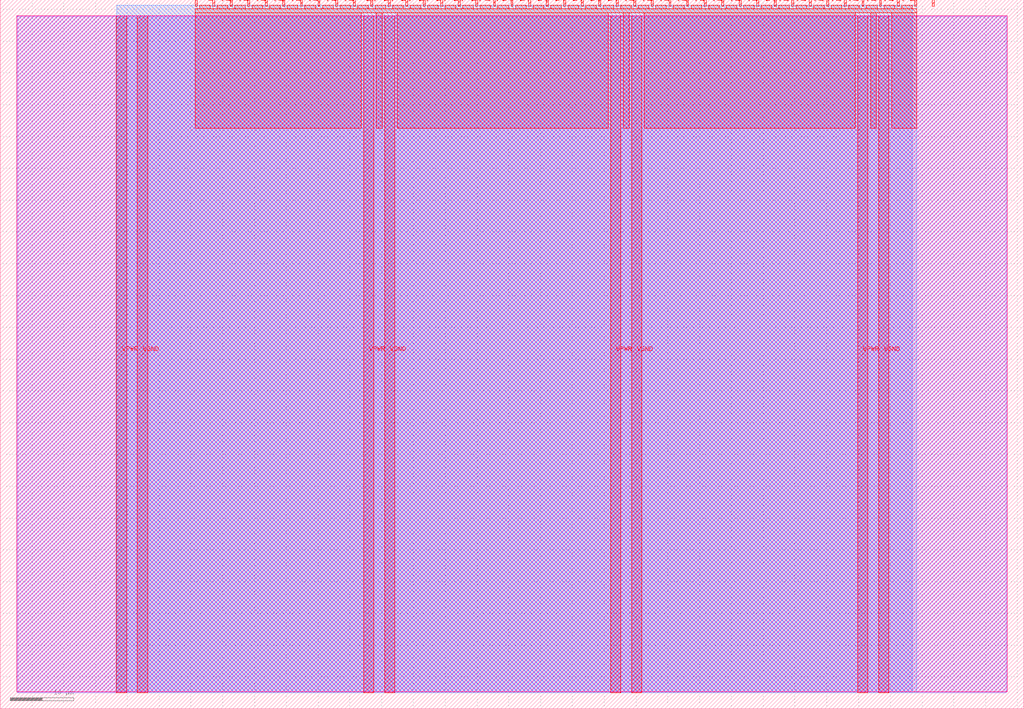
<source format=lef>
VERSION 5.7 ;
  NOWIREEXTENSIONATPIN ON ;
  DIVIDERCHAR "/" ;
  BUSBITCHARS "[]" ;
MACRO tt_um_lrc_stevej
  CLASS BLOCK ;
  FOREIGN tt_um_lrc_stevej ;
  ORIGIN 0.000 0.000 ;
  SIZE 161.000 BY 111.520 ;
  PIN VGND
    DIRECTION INOUT ;
    USE GROUND ;
    PORT
      LAYER met4 ;
        RECT 21.580 2.480 23.180 109.040 ;
    END
    PORT
      LAYER met4 ;
        RECT 60.450 2.480 62.050 109.040 ;
    END
    PORT
      LAYER met4 ;
        RECT 99.320 2.480 100.920 109.040 ;
    END
    PORT
      LAYER met4 ;
        RECT 138.190 2.480 139.790 109.040 ;
    END
  END VGND
  PIN VPWR
    DIRECTION INOUT ;
    USE POWER ;
    PORT
      LAYER met4 ;
        RECT 18.280 2.480 19.880 109.040 ;
    END
    PORT
      LAYER met4 ;
        RECT 57.150 2.480 58.750 109.040 ;
    END
    PORT
      LAYER met4 ;
        RECT 96.020 2.480 97.620 109.040 ;
    END
    PORT
      LAYER met4 ;
        RECT 134.890 2.480 136.490 109.040 ;
    END
  END VPWR
  PIN clk
    DIRECTION INPUT ;
    USE SIGNAL ;
    ANTENNAGATEAREA 0.852000 ;
    PORT
      LAYER met4 ;
        RECT 143.830 110.520 144.130 111.520 ;
    END
  END clk
  PIN ena
    DIRECTION INPUT ;
    USE SIGNAL ;
    PORT
      LAYER met4 ;
        RECT 146.590 110.520 146.890 111.520 ;
    END
  END ena
  PIN rst_n
    DIRECTION INPUT ;
    USE SIGNAL ;
    ANTENNAGATEAREA 0.196500 ;
    PORT
      LAYER met4 ;
        RECT 141.070 110.520 141.370 111.520 ;
    END
  END rst_n
  PIN ui_in[0]
    DIRECTION INPUT ;
    USE SIGNAL ;
    ANTENNAGATEAREA 0.213000 ;
    PORT
      LAYER met4 ;
        RECT 138.310 110.520 138.610 111.520 ;
    END
  END ui_in[0]
  PIN ui_in[1]
    DIRECTION INPUT ;
    USE SIGNAL ;
    ANTENNAGATEAREA 0.213000 ;
    PORT
      LAYER met4 ;
        RECT 135.550 110.520 135.850 111.520 ;
    END
  END ui_in[1]
  PIN ui_in[2]
    DIRECTION INPUT ;
    USE SIGNAL ;
    ANTENNAGATEAREA 0.213000 ;
    PORT
      LAYER met4 ;
        RECT 132.790 110.520 133.090 111.520 ;
    END
  END ui_in[2]
  PIN ui_in[3]
    DIRECTION INPUT ;
    USE SIGNAL ;
    ANTENNAGATEAREA 0.213000 ;
    PORT
      LAYER met4 ;
        RECT 130.030 110.520 130.330 111.520 ;
    END
  END ui_in[3]
  PIN ui_in[4]
    DIRECTION INPUT ;
    USE SIGNAL ;
    ANTENNAGATEAREA 0.126000 ;
    PORT
      LAYER met4 ;
        RECT 127.270 110.520 127.570 111.520 ;
    END
  END ui_in[4]
  PIN ui_in[5]
    DIRECTION INPUT ;
    USE SIGNAL ;
    ANTENNAGATEAREA 0.126000 ;
    PORT
      LAYER met4 ;
        RECT 124.510 110.520 124.810 111.520 ;
    END
  END ui_in[5]
  PIN ui_in[6]
    DIRECTION INPUT ;
    USE SIGNAL ;
    ANTENNAGATEAREA 0.126000 ;
    PORT
      LAYER met4 ;
        RECT 121.750 110.520 122.050 111.520 ;
    END
  END ui_in[6]
  PIN ui_in[7]
    DIRECTION INPUT ;
    USE SIGNAL ;
    ANTENNAGATEAREA 0.213000 ;
    PORT
      LAYER met4 ;
        RECT 118.990 110.520 119.290 111.520 ;
    END
  END ui_in[7]
  PIN uio_in[0]
    DIRECTION INPUT ;
    USE SIGNAL ;
    PORT
      LAYER met4 ;
        RECT 116.230 110.520 116.530 111.520 ;
    END
  END uio_in[0]
  PIN uio_in[1]
    DIRECTION INPUT ;
    USE SIGNAL ;
    PORT
      LAYER met4 ;
        RECT 113.470 110.520 113.770 111.520 ;
    END
  END uio_in[1]
  PIN uio_in[2]
    DIRECTION INPUT ;
    USE SIGNAL ;
    PORT
      LAYER met4 ;
        RECT 110.710 110.520 111.010 111.520 ;
    END
  END uio_in[2]
  PIN uio_in[3]
    DIRECTION INPUT ;
    USE SIGNAL ;
    PORT
      LAYER met4 ;
        RECT 107.950 110.520 108.250 111.520 ;
    END
  END uio_in[3]
  PIN uio_in[4]
    DIRECTION INPUT ;
    USE SIGNAL ;
    PORT
      LAYER met4 ;
        RECT 105.190 110.520 105.490 111.520 ;
    END
  END uio_in[4]
  PIN uio_in[5]
    DIRECTION INPUT ;
    USE SIGNAL ;
    PORT
      LAYER met4 ;
        RECT 102.430 110.520 102.730 111.520 ;
    END
  END uio_in[5]
  PIN uio_in[6]
    DIRECTION INPUT ;
    USE SIGNAL ;
    PORT
      LAYER met4 ;
        RECT 99.670 110.520 99.970 111.520 ;
    END
  END uio_in[6]
  PIN uio_in[7]
    DIRECTION INPUT ;
    USE SIGNAL ;
    PORT
      LAYER met4 ;
        RECT 96.910 110.520 97.210 111.520 ;
    END
  END uio_in[7]
  PIN uio_oe[0]
    DIRECTION OUTPUT ;
    USE SIGNAL ;
    PORT
      LAYER met4 ;
        RECT 49.990 110.520 50.290 111.520 ;
    END
  END uio_oe[0]
  PIN uio_oe[1]
    DIRECTION OUTPUT ;
    USE SIGNAL ;
    PORT
      LAYER met4 ;
        RECT 47.230 110.520 47.530 111.520 ;
    END
  END uio_oe[1]
  PIN uio_oe[2]
    DIRECTION OUTPUT ;
    USE SIGNAL ;
    PORT
      LAYER met4 ;
        RECT 44.470 110.520 44.770 111.520 ;
    END
  END uio_oe[2]
  PIN uio_oe[3]
    DIRECTION OUTPUT ;
    USE SIGNAL ;
    PORT
      LAYER met4 ;
        RECT 41.710 110.520 42.010 111.520 ;
    END
  END uio_oe[3]
  PIN uio_oe[4]
    DIRECTION OUTPUT ;
    USE SIGNAL ;
    PORT
      LAYER met4 ;
        RECT 38.950 110.520 39.250 111.520 ;
    END
  END uio_oe[4]
  PIN uio_oe[5]
    DIRECTION OUTPUT ;
    USE SIGNAL ;
    PORT
      LAYER met4 ;
        RECT 36.190 110.520 36.490 111.520 ;
    END
  END uio_oe[5]
  PIN uio_oe[6]
    DIRECTION OUTPUT ;
    USE SIGNAL ;
    PORT
      LAYER met4 ;
        RECT 33.430 110.520 33.730 111.520 ;
    END
  END uio_oe[6]
  PIN uio_oe[7]
    DIRECTION OUTPUT ;
    USE SIGNAL ;
    PORT
      LAYER met4 ;
        RECT 30.670 110.520 30.970 111.520 ;
    END
  END uio_oe[7]
  PIN uio_out[0]
    DIRECTION OUTPUT ;
    USE SIGNAL ;
    PORT
      LAYER met4 ;
        RECT 72.070 110.520 72.370 111.520 ;
    END
  END uio_out[0]
  PIN uio_out[1]
    DIRECTION OUTPUT ;
    USE SIGNAL ;
    PORT
      LAYER met4 ;
        RECT 69.310 110.520 69.610 111.520 ;
    END
  END uio_out[1]
  PIN uio_out[2]
    DIRECTION OUTPUT ;
    USE SIGNAL ;
    PORT
      LAYER met4 ;
        RECT 66.550 110.520 66.850 111.520 ;
    END
  END uio_out[2]
  PIN uio_out[3]
    DIRECTION OUTPUT ;
    USE SIGNAL ;
    PORT
      LAYER met4 ;
        RECT 63.790 110.520 64.090 111.520 ;
    END
  END uio_out[3]
  PIN uio_out[4]
    DIRECTION OUTPUT ;
    USE SIGNAL ;
    PORT
      LAYER met4 ;
        RECT 61.030 110.520 61.330 111.520 ;
    END
  END uio_out[4]
  PIN uio_out[5]
    DIRECTION OUTPUT ;
    USE SIGNAL ;
    PORT
      LAYER met4 ;
        RECT 58.270 110.520 58.570 111.520 ;
    END
  END uio_out[5]
  PIN uio_out[6]
    DIRECTION OUTPUT ;
    USE SIGNAL ;
    PORT
      LAYER met4 ;
        RECT 55.510 110.520 55.810 111.520 ;
    END
  END uio_out[6]
  PIN uio_out[7]
    DIRECTION OUTPUT ;
    USE SIGNAL ;
    PORT
      LAYER met4 ;
        RECT 52.750 110.520 53.050 111.520 ;
    END
  END uio_out[7]
  PIN uo_out[0]
    DIRECTION OUTPUT ;
    USE SIGNAL ;
    ANTENNAGATEAREA 1.237500 ;
    ANTENNADIFFAREA 0.891000 ;
    PORT
      LAYER met4 ;
        RECT 94.150 110.520 94.450 111.520 ;
    END
  END uo_out[0]
  PIN uo_out[1]
    DIRECTION OUTPUT ;
    USE SIGNAL ;
    ANTENNAGATEAREA 0.868500 ;
    ANTENNADIFFAREA 0.891000 ;
    PORT
      LAYER met4 ;
        RECT 91.390 110.520 91.690 111.520 ;
    END
  END uo_out[1]
  PIN uo_out[2]
    DIRECTION OUTPUT ;
    USE SIGNAL ;
    ANTENNAGATEAREA 1.116000 ;
    ANTENNADIFFAREA 0.891000 ;
    PORT
      LAYER met4 ;
        RECT 88.630 110.520 88.930 111.520 ;
    END
  END uo_out[2]
  PIN uo_out[3]
    DIRECTION OUTPUT ;
    USE SIGNAL ;
    ANTENNAGATEAREA 0.868500 ;
    ANTENNADIFFAREA 0.891000 ;
    PORT
      LAYER met4 ;
        RECT 85.870 110.520 86.170 111.520 ;
    END
  END uo_out[3]
  PIN uo_out[4]
    DIRECTION OUTPUT ;
    USE SIGNAL ;
    ANTENNAGATEAREA 0.868500 ;
    ANTENNADIFFAREA 0.891000 ;
    PORT
      LAYER met4 ;
        RECT 83.110 110.520 83.410 111.520 ;
    END
  END uo_out[4]
  PIN uo_out[5]
    DIRECTION OUTPUT ;
    USE SIGNAL ;
    ANTENNAGATEAREA 0.742500 ;
    ANTENNADIFFAREA 0.891000 ;
    PORT
      LAYER met4 ;
        RECT 80.350 110.520 80.650 111.520 ;
    END
  END uo_out[5]
  PIN uo_out[6]
    DIRECTION OUTPUT ;
    USE SIGNAL ;
    ANTENNAGATEAREA 0.621000 ;
    ANTENNADIFFAREA 0.891000 ;
    PORT
      LAYER met4 ;
        RECT 77.590 110.520 77.890 111.520 ;
    END
  END uo_out[6]
  PIN uo_out[7]
    DIRECTION OUTPUT ;
    USE SIGNAL ;
    ANTENNAGATEAREA 0.742500 ;
    ANTENNADIFFAREA 0.891000 ;
    PORT
      LAYER met4 ;
        RECT 74.830 110.520 75.130 111.520 ;
    END
  END uo_out[7]
  OBS
      LAYER nwell ;
        RECT 2.570 2.635 158.430 108.990 ;
      LAYER li1 ;
        RECT 2.760 2.635 158.240 108.885 ;
      LAYER met1 ;
        RECT 2.760 2.480 158.240 109.040 ;
      LAYER met2 ;
        RECT 18.310 2.535 143.420 110.685 ;
      LAYER met3 ;
        RECT 18.290 2.555 144.170 110.665 ;
      LAYER met4 ;
        RECT 31.370 110.120 33.030 110.665 ;
        RECT 34.130 110.120 35.790 110.665 ;
        RECT 36.890 110.120 38.550 110.665 ;
        RECT 39.650 110.120 41.310 110.665 ;
        RECT 42.410 110.120 44.070 110.665 ;
        RECT 45.170 110.120 46.830 110.665 ;
        RECT 47.930 110.120 49.590 110.665 ;
        RECT 50.690 110.120 52.350 110.665 ;
        RECT 53.450 110.120 55.110 110.665 ;
        RECT 56.210 110.120 57.870 110.665 ;
        RECT 58.970 110.120 60.630 110.665 ;
        RECT 61.730 110.120 63.390 110.665 ;
        RECT 64.490 110.120 66.150 110.665 ;
        RECT 67.250 110.120 68.910 110.665 ;
        RECT 70.010 110.120 71.670 110.665 ;
        RECT 72.770 110.120 74.430 110.665 ;
        RECT 75.530 110.120 77.190 110.665 ;
        RECT 78.290 110.120 79.950 110.665 ;
        RECT 81.050 110.120 82.710 110.665 ;
        RECT 83.810 110.120 85.470 110.665 ;
        RECT 86.570 110.120 88.230 110.665 ;
        RECT 89.330 110.120 90.990 110.665 ;
        RECT 92.090 110.120 93.750 110.665 ;
        RECT 94.850 110.120 96.510 110.665 ;
        RECT 97.610 110.120 99.270 110.665 ;
        RECT 100.370 110.120 102.030 110.665 ;
        RECT 103.130 110.120 104.790 110.665 ;
        RECT 105.890 110.120 107.550 110.665 ;
        RECT 108.650 110.120 110.310 110.665 ;
        RECT 111.410 110.120 113.070 110.665 ;
        RECT 114.170 110.120 115.830 110.665 ;
        RECT 116.930 110.120 118.590 110.665 ;
        RECT 119.690 110.120 121.350 110.665 ;
        RECT 122.450 110.120 124.110 110.665 ;
        RECT 125.210 110.120 126.870 110.665 ;
        RECT 127.970 110.120 129.630 110.665 ;
        RECT 130.730 110.120 132.390 110.665 ;
        RECT 133.490 110.120 135.150 110.665 ;
        RECT 136.250 110.120 137.910 110.665 ;
        RECT 139.010 110.120 140.670 110.665 ;
        RECT 141.770 110.120 143.430 110.665 ;
        RECT 30.655 109.440 144.145 110.120 ;
        RECT 30.655 91.295 56.750 109.440 ;
        RECT 59.150 91.295 60.050 109.440 ;
        RECT 62.450 91.295 95.620 109.440 ;
        RECT 98.020 91.295 98.920 109.440 ;
        RECT 101.320 91.295 134.490 109.440 ;
        RECT 136.890 91.295 137.790 109.440 ;
        RECT 140.190 91.295 144.145 109.440 ;
  END
END tt_um_lrc_stevej
END LIBRARY


</source>
